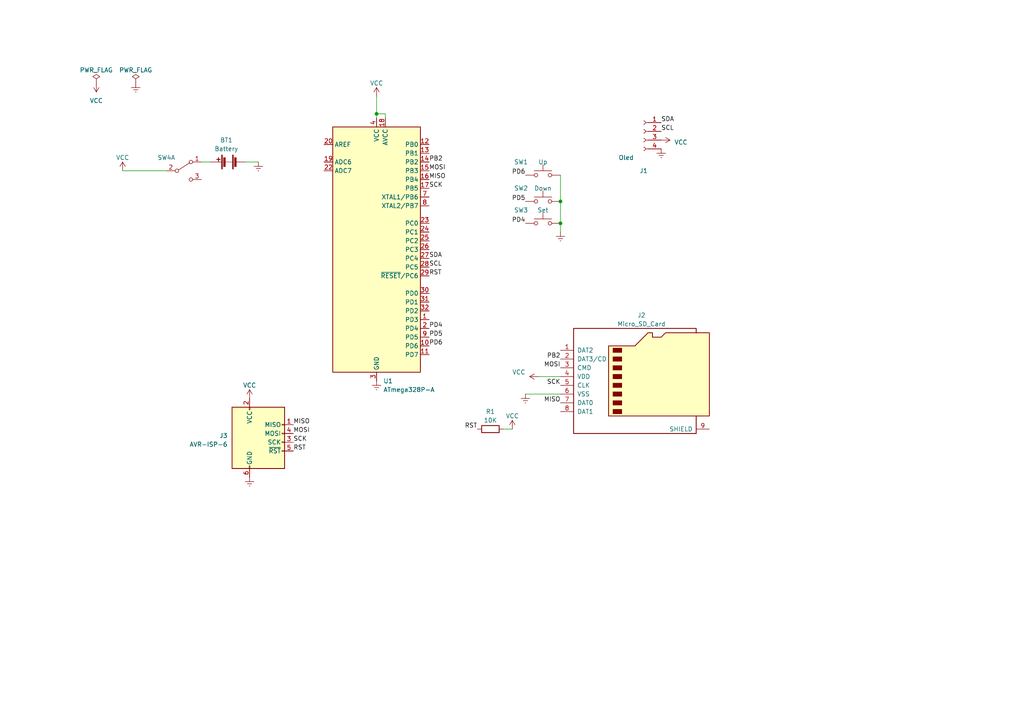
<source format=kicad_sch>
(kicad_sch (version 20230121) (generator eeschema)
  (paper "A4")
  (lib_symbols
    (symbol "Connector:AVR-ISP-6" (pin_names (offset 1.016))
      (property "Reference" "J" (at -6.35 11.43 0))
      (property "Value" "AVR-ISP-6" (at 0 11.43 0))
      (symbol "AVR-ISP-6_0_1"
        (rectangle (start -2.667 -6.858) (end -2.413 -7.62))
        (rectangle (start -2.667 10.16) (end -2.413 9.398))
        (rectangle (start 7.62 -2.413) (end 6.858 -2.667))
        (rectangle (start 7.62 0.127) (end 6.858 -0.127))
        (rectangle (start 7.62 2.667) (end 6.858 2.413))
        (rectangle (start 7.62 5.207) (end 6.858 4.953))
        (rectangle (start 7.62 10.16) (end -7.62 -7.62) (stroke (width 0.254)) (fill (type background)))
      )
      (symbol "AVR-ISP-6_1_1"
        (pin passive line (at 10.16 5.08 180) (length 2.54) (name "MISO") (number "1"))
        (pin passive line (at -2.54 12.7 270) (length 2.54) (name "VCC") (number "2"))
        (pin passive line (at 10.16 0 180) (length 2.54) (name "SCK") (number "3"))
        (pin passive line (at 10.16 2.54 180) (length 2.54) (name "MOSI") (number "4"))
        (pin passive line (at 10.16 -2.54 180) (length 2.54) (name "~{RST}") (number "5"))
        (pin passive line (at -2.54 -10.16 90) (length 2.54) (name "GND") (number "6"))
      )
    )
    (symbol "Connector:Conn_01x04_Socket" (pin_names (offset 1.016) hide)
      (property "Reference" "J" (at 0 5.08 0))
      (property "Value" "Conn_01x04_Socket" (at 0 -7.62 0))
      (symbol "Conn_01x04_Socket_1_1"
        (arc (start 0 -4.572) (mid -0.5058 -5.08) (end 0 -5.588) (stroke (width 0.1524)))
        (arc (start 0 -2.032) (mid -0.5058 -2.54) (end 0 -3.048) (stroke (width 0.1524)))
        (polyline (pts (xy -1.27 -5.08) (xy -0.508 -5.08)) (stroke (width 0.1524)))
        (polyline (pts (xy -1.27 -2.54) (xy -0.508 -2.54)) (stroke (width 0.1524)))
        (polyline (pts (xy -1.27 0) (xy -0.508 0)) (stroke (width 0.1524)))
        (polyline (pts (xy -1.27 2.54) (xy -0.508 2.54)) (stroke (width 0.1524)))
        (arc (start 0 0.508) (mid -0.5058 0) (end 0 -0.508) (stroke (width 0.1524)))
        (arc (start 0 3.048) (mid -0.5058 2.54) (end 0 2.032) (stroke (width 0.1524)))
        (pin passive line (at -5.08 2.54 0) (length 3.81) (name "Pin_1") (number "1"))
        (pin passive line (at -5.08 0 0) (length 3.81) (name "Pin_2") (number "2"))
        (pin passive line (at -5.08 -2.54 0) (length 3.81) (name "Pin_3") (number "3"))
        (pin passive line (at -5.08 -5.08 0) (length 3.81) (name "Pin_4") (number "4"))
      )
    )
    (symbol "Connector:Micro_SD_Card" (pin_names (offset 1.016))
      (property "Reference" "J" (at -16.51 15.24 0))
      (property "Value" "Micro_SD_Card" (at 16.51 15.24 0))
      (symbol "Micro_SD_Card_0_1"
        (rectangle (start -7.62 -9.525) (end -5.08 -10.795) (fill (type outline)))
        (rectangle (start -7.62 -6.985) (end -5.08 -8.255) (fill (type outline)))
        (rectangle (start -7.62 -4.445) (end -5.08 -5.715) (fill (type outline)))
        (rectangle (start -7.62 -1.905) (end -5.08 -3.175) (fill (type outline)))
        (rectangle (start -7.62 0.635) (end -5.08 -0.635) (fill (type outline)))
        (rectangle (start -7.62 3.175) (end -5.08 1.905) (fill (type outline)))
        (rectangle (start -7.62 5.715) (end -5.08 4.445) (fill (type outline)))
        (rectangle (start -7.62 8.255) (end -5.08 6.985) (fill (type outline)))
        (polyline (pts (xy 16.51 12.7) (xy 16.51 13.97) (xy -19.05 13.97) (xy -19.05 -16.51) (xy 16.51 -16.51) (xy 16.51 -11.43)) (stroke (width 0.254)))
        (polyline (pts (xy -8.89 -11.43) (xy -8.89 8.89) (xy -1.27 8.89) (xy 2.54 12.7) (xy 3.81 12.7) (xy 3.81 11.43) (xy 6.35 11.43) (xy 7.62 12.7) (xy 20.32 12.7) (xy 20.32 -11.43) (xy -8.89 -11.43)) (stroke (width 0.254)) (fill (type background)))
      )
      (symbol "Micro_SD_Card_1_1"
        (pin bidirectional line (at -22.86 7.62 0) (length 3.81) (name "DAT2") (number "1"))
        (pin bidirectional line (at -22.86 5.08 0) (length 3.81) (name "DAT3/CD") (number "2"))
        (pin input line (at -22.86 2.54 0) (length 3.81) (name "CMD") (number "3"))
        (pin power_in line (at -22.86 0 0) (length 3.81) (name "VDD") (number "4"))
        (pin input line (at -22.86 -2.54 0) (length 3.81) (name "CLK") (number "5"))
        (pin power_in line (at -22.86 -5.08 0) (length 3.81) (name "VSS") (number "6"))
        (pin bidirectional line (at -22.86 -7.62 0) (length 3.81) (name "DAT0") (number "7"))
        (pin bidirectional line (at -22.86 -10.16 0) (length 3.81) (name "DAT1") (number "8"))
        (pin passive line (at 20.32 -15.24 180) (length 3.81) (name "SHIELD") (number "9"))
      )
    )
    (symbol "Device:Battery" (pin_numbers hide) (pin_names (offset 0) hide)
      (property "Reference" "BT" (at 2.54 2.54 0))
      (property "Value" "Battery" (at 2.54 0 0))
      (symbol "Battery_0_1"
        (rectangle (start -2.032 -1.397) (end 2.032 -1.651) (fill (type outline)))
        (rectangle (start -2.032 1.778) (end 2.032 1.524) (fill (type outline)))
        (rectangle (start -1.3208 -1.9812) (end 1.27 -2.4892) (fill (type outline)))
        (rectangle (start -1.3208 1.1938) (end 1.27 0.6858) (fill (type outline)))
        (polyline (pts (xy 0 -1.524) (xy 0 -1.27)))
        (polyline (pts (xy 0 -1.016) (xy 0 -0.762)))
        (polyline (pts (xy 0 -0.508) (xy 0 -0.254)))
        (polyline (pts (xy 0 0) (xy 0 0.254)))
        (polyline (pts (xy 0 0.508) (xy 0 0.762)))
        (polyline (pts (xy 0 1.778) (xy 0 2.54)))
        (polyline (pts (xy 0.254 2.667) (xy 1.27 2.667)) (stroke (width 0.254)))
        (polyline (pts (xy 0.762 3.175) (xy 0.762 2.159)) (stroke (width 0.254)))
      )
      (symbol "Battery_1_1"
        (pin passive line (at 0 5.08 270) (length 2.54) (name "+") (number "1"))
        (pin passive line (at 0 -5.08 90) (length 2.54) (name "-") (number "2"))
      )
    )
    (symbol "Device:R" (pin_numbers hide) (pin_names (offset 0))
      (property "Reference" "R" (at 2.032 0 90))
      (property "Value" "R" (at 0 0 90))
      (symbol "R_0_1"
        (rectangle (start -1.016 -2.54) (end 1.016 2.54) (stroke (width 0.254)))
      )
      (symbol "R_1_1"
        (pin passive line (at 0 3.81 270) (length 1.27) (name "~") (number "1"))
        (pin passive line (at 0 -3.81 90) (length 1.27) (name "~") (number "2"))
      )
    )
    (symbol "MCU_Microchip_ATmega:ATmega328P-A"
      (property "Reference" "U" (at -12.7 36.83 0))
      (property "Value" "ATmega328P-A" (at 2.54 -36.83 0))
      (symbol "ATmega328P-A_0_1"
        (rectangle (start -12.7 -35.56) (end 12.7 35.56) (stroke (width 0.254)) (fill (type background)))
      )
      (symbol "ATmega328P-A_1_1"
        (pin bidirectional line (at 15.24 -20.32 180) (length 2.54) (name "PD3") (number "1"))
        (pin bidirectional line (at 15.24 -27.94 180) (length 2.54) (name "PD6") (number "10"))
        (pin bidirectional line (at 15.24 -30.48 180) (length 2.54) (name "PD7") (number "11"))
        (pin bidirectional line (at 15.24 30.48 180) (length 2.54) (name "PB0") (number "12"))
        (pin bidirectional line (at 15.24 27.94 180) (length 2.54) (name "PB1") (number "13"))
        (pin bidirectional line (at 15.24 25.4 180) (length 2.54) (name "PB2") (number "14"))
        (pin bidirectional line (at 15.24 22.86 180) (length 2.54) (name "PB3") (number "15"))
        (pin bidirectional line (at 15.24 20.32 180) (length 2.54) (name "PB4") (number "16"))
        (pin bidirectional line (at 15.24 17.78 180) (length 2.54) (name "PB5") (number "17"))
        (pin power_in line (at 2.54 38.1 270) (length 2.54) (name "AVCC") (number "18"))
        (pin input line (at -15.24 25.4 0) (length 2.54) (name "ADC6") (number "19"))
        (pin bidirectional line (at 15.24 -22.86 180) (length 2.54) (name "PD4") (number "2"))
        (pin passive line (at -15.24 30.48 0) (length 2.54) (name "AREF") (number "20"))
        (pin passive line (at 0 -38.1 90) (length 2.54) hide (name "GND") (number "21"))
        (pin input line (at -15.24 22.86 0) (length 2.54) (name "ADC7") (number "22"))
        (pin bidirectional line (at 15.24 7.62 180) (length 2.54) (name "PC0") (number "23"))
        (pin bidirectional line (at 15.24 5.08 180) (length 2.54) (name "PC1") (number "24"))
        (pin bidirectional line (at 15.24 2.54 180) (length 2.54) (name "PC2") (number "25"))
        (pin bidirectional line (at 15.24 0 180) (length 2.54) (name "PC3") (number "26"))
        (pin bidirectional line (at 15.24 -2.54 180) (length 2.54) (name "PC4") (number "27"))
        (pin bidirectional line (at 15.24 -5.08 180) (length 2.54) (name "PC5") (number "28"))
        (pin bidirectional line (at 15.24 -7.62 180) (length 2.54) (name "~{RESET}/PC6") (number "29"))
        (pin power_in line (at 0 -38.1 90) (length 2.54) (name "GND") (number "3"))
        (pin bidirectional line (at 15.24 -12.7 180) (length 2.54) (name "PD0") (number "30"))
        (pin bidirectional line (at 15.24 -15.24 180) (length 2.54) (name "PD1") (number "31"))
        (pin bidirectional line (at 15.24 -17.78 180) (length 2.54) (name "PD2") (number "32"))
        (pin power_in line (at 0 38.1 270) (length 2.54) (name "VCC") (number "4"))
        (pin passive line (at 0 -38.1 90) (length 2.54) hide (name "GND") (number "5"))
        (pin passive line (at 0 38.1 270) (length 2.54) hide (name "VCC") (number "6"))
        (pin bidirectional line (at 15.24 15.24 180) (length 2.54) (name "XTAL1/PB6") (number "7"))
        (pin bidirectional line (at 15.24 12.7 180) (length 2.54) (name "XTAL2/PB7") (number "8"))
        (pin bidirectional line (at 15.24 -25.4 180) (length 2.54) (name "PD5") (number "9"))
      )
    )
    (symbol "Switch:SW_DPDT_x2" (pin_names (offset 0) hide)
      (property "Reference" "SW" (at 0 4.318 0))
      (property "Value" "SW_DPDT_x2" (at 0 -5.08 0))
      (symbol "SW_DPDT_x2_0_0"
        (circle (center -2.032 0) (radius 0.508))
        (circle (center 2.032 -2.54) (radius 0.508))
      )
      (symbol "SW_DPDT_x2_0_1"
        (polyline (pts (xy -1.524 0.254) (xy 1.651 2.286)))
        (circle (center 2.032 2.54) (radius 0.508))
      )
      (symbol "SW_DPDT_x2_1_1"
        (pin passive line (at 5.08 2.54 180) (length 2.54) (name "A") (number "1"))
        (pin passive line (at -5.08 0 0) (length 2.54) (name "B") (number "2"))
        (pin passive line (at 5.08 -2.54 180) (length 2.54) (name "C") (number "3"))
      )
      (symbol "SW_DPDT_x2_2_1"
        (pin passive line (at 5.08 2.54 180) (length 2.54) (name "A") (number "4"))
        (pin passive line (at -5.08 0 0) (length 2.54) (name "B") (number "5"))
        (pin passive line (at 5.08 -2.54 180) (length 2.54) (name "C") (number "6"))
      )
    )
    (symbol "Switch:SW_Push" (pin_numbers hide) (pin_names (offset 1.016) hide)
      (property "Reference" "SW" (at 1.27 2.54 0))
      (property "Value" "SW_Push" (at 0 -1.524 0))
      (symbol "SW_Push_0_1"
        (circle (center -2.032 0) (radius 0.508))
        (polyline (pts (xy 0 1.27) (xy 0 3.048)))
        (polyline (pts (xy 2.54 1.27) (xy -2.54 1.27)))
        (circle (center 2.032 0) (radius 0.508))
        (pin passive line (at -5.08 0 0) (length 2.54) (name "1") (number "1"))
        (pin passive line (at 5.08 0 180) (length 2.54) (name "2") (number "2"))
      )
    )
    (symbol "power:Earth" (power) (pin_names (offset 0))
      (symbol "Earth_0_1"
        (polyline (pts (xy -0.635 -1.905) (xy 0.635 -1.905)))
        (polyline (pts (xy -0.127 -2.54) (xy 0.127 -2.54)))
        (polyline (pts (xy 0 -1.27) (xy 0 0)))
        (polyline (pts (xy 1.27 -1.27) (xy -1.27 -1.27)))
      )
      (symbol "Earth_1_1"
        (pin power_in line (at 0 0 270) (length 0) hide (name "Earth") (number "1"))
      )
    )
    (symbol "power:PWR_FLAG" (power) (pin_numbers hide) (pin_names (offset 0) hide)
      (property "Value" "PWR_FLAG" (at 0 3.81 0))
      (symbol "PWR_FLAG_0_0"
        (pin power_out line (at 0 0 90) (length 0) (name "pwr") (number "1"))
      )
      (symbol "PWR_FLAG_0_1"
        (polyline (pts (xy 0 0) (xy 0 1.27) (xy -1.016 1.905) (xy 0 2.54) (xy 1.016 1.905) (xy 0 1.27)))
      )
    )
    (symbol "power:VCC" (power) (pin_names (offset 0))
      (property "Value" "VCC" (at 0 3.81 0))
      (symbol "VCC_0_1"
        (polyline (pts (xy -0.762 1.27) (xy 0 2.54)))
        (polyline (pts (xy 0 0) (xy 0 2.54)))
        (polyline (pts (xy 0 2.54) (xy 0.762 1.27)))
      )
      (symbol "VCC_1_1"
        (pin power_in line (at 0 0 90) (length 0) hide (name "VCC") (number "1"))
      )
    )
  )
  (junction (at 162.56 64.77))
  (junction (at 162.56 58.42))
  (junction (at 109.22 33.02))
  (wire (pts (xy 146.05 124.46) (xy 148.59 124.46)))
  (wire (pts (xy 162.56 58.42) (xy 162.56 64.77)))
  (wire (pts (xy 111.76 34.29) (xy 111.76 33.02)))
  (wire (pts (xy 111.76 33.02) (xy 109.22 33.02)))
  (wire (pts (xy 58.42 46.99) (xy 60.96 46.99)))
  (wire (pts (xy 162.56 50.8) (xy 162.56 58.42)))
  (wire (pts (xy 162.56 64.77) (xy 162.56 67.31)))
  (wire (pts (xy 109.22 27.94) (xy 109.22 33.02)))
  (wire (pts (xy 152.4 114.3) (xy 162.56 114.3)))
  (wire (pts (xy 71.12 46.99) (xy 74.93 46.99)))
  (wire (pts (xy 35.56 49.53) (xy 48.26 49.53)))
  (wire (pts (xy 156.21 109.22) (xy 162.56 109.22)))
  (wire (pts (xy 109.22 33.02) (xy 109.22 34.29)))
  (label "MOSI" (at 85.09 125.73 0))
  (label "PD5" (at 152.4 58.42 180))
  (label "SCK" (at 162.56 111.76 180))
  (label "SCK" (at 85.09 128.27 0))
  (label "PD4" (at 152.4 64.77 180))
  (label "SCK" (at 124.46 54.61 0))
  (label "MISO" (at 124.46 52.07 0))
  (label "PD6" (at 124.46 100.33 0))
  (label "SDA" (at 124.46 74.93 0))
  (label "MISO" (at 85.09 123.19 0))
  (label "SDA" (at 191.77 35.56 0))
  (label "RST" (at 85.09 130.81 0))
  (label "PD6" (at 152.4 50.8 180))
  (label "MISO" (at 162.56 116.84 180))
  (label "RST" (at 138.43 124.46 180))
  (label "MOSI" (at 124.46 49.53 0))
  (label "SCL" (at 124.46 77.47 0))
  (label "RST" (at 124.46 80.01 0))
  (label "PD4" (at 124.46 95.25 0))
  (label "SCL" (at 191.77 38.1 0))
  (label "PD5" (at 124.46 97.79 0))
  (label "PB2" (at 124.46 46.99 0))
  (label "PB2" (at 162.56 104.14 180))
  (label "MOSI" (at 162.56 106.68 180))
  (symbol (lib_id "power:PWR_FLAG") (at 39.37 24.13 0) (unit 1)
    (property "Reference" "#FLG02" (effects hide))
    (property "Value" "PWR_FLAG" (at 39.37 20.32 0))
  )
  (symbol (lib_id "power:VCC") (at 27.94 24.13 180) (unit 1)
    (property "Reference" "#PWR012" (effects hide))
    (property "Value" "VCC" (at 27.94 29.21 0))
  )
  (symbol (lib_id "power:Earth") (at 109.22 110.49 0) (unit 1)
    (property "Reference" "#PWR014" (effects hide))
    (property "Value" "Earth" (effects hide))
  )
  (symbol (lib_id "power:Earth") (at 152.4 114.3 0) (unit 1)
    (property "Reference" "#PWR011" (effects hide))
    (property "Value" "Earth" (effects hide))
  )
  (symbol (lib_id "power:PWR_FLAG") (at 27.94 24.13 0) (unit 1)
    (property "Reference" "#FLG01" (effects hide))
    (property "Value" "PWR_FLAG" (at 27.94 20.32 0))
  )
  (symbol (lib_id "Switch:SW_Push") (at 157.48 58.42 0) (unit 1)
    (property "Reference" "SW2" (at 151.13 54.61 0))
    (property "Value" "Down" (at 157.48 54.61 0))
    (property "Footprint" "Library:Button" (effects hide))
  )
  (symbol (lib_id "power:VCC") (at 191.77 40.64 270) (unit 1)
    (property "Reference" "#PWR08" (effects hide))
    (property "Value" "VCC" (at 195.58 41.275 90) (effects (justify left)))
  )
  (symbol (lib_id "Switch:SW_Push") (at 157.48 50.8 0) (unit 1)
    (property "Reference" "SW1" (at 151.13 46.99 0))
    (property "Value" "Up" (at 157.48 46.99 0))
    (property "Footprint" "Library:Button" (effects hide))
  )
  (symbol (lib_id "power:VCC") (at 148.59 124.46 0) (unit 1)
    (property "Reference" "#PWR06" (effects hide))
    (property "Value" "VCC" (at 148.59 120.65 0))
  )
  (symbol (lib_id "power:Earth") (at 162.56 67.31 0) (unit 1)
    (property "Reference" "#PWR07" (effects hide))
    (property "Value" "Earth" (effects hide))
  )
  (symbol (lib_id "Connector:AVR-ISP-6") (at 74.93 128.27 0) (unit 1)
    (property "Reference" "J3" (at 66.04 126.365 0) (effects (justify right)))
    (property "Value" "AVR-ISP-6" (at 66.04 128.905 0) (effects (justify right)))
    (property "Footprint" "Connector_IDC:IDC-Header_2x03_P2.54mm_Vertical" (effects hide))
    (property "Datasheet" " ~" (effects hide))
  )
  (symbol (lib_id "Connector:Conn_01x04_Socket") (at 186.69 38.1 0) (mirror y) (unit 1)
    (property "Reference" "J1" (at 186.69 49.53 0))
    (property "Value" "Oled" (at 181.61 45.72 0))
    (property "Footprint" "Connector_PinHeader_2.54mm:PinHeader_1x04_P2.54mm_Vertical" (effects hide))
  )
  (symbol (lib_id "Connector:Micro_SD_Card") (at 185.42 109.22 0) (unit 1)
    (property "Reference" "J2" (at 186.055 91.44 0))
    (property "Value" "Micro_SD_Card" (at 186.055 93.98 0))
    (property "Footprint" "Connector_Card:microSD_HC_Wuerth_693072010801" (effects hide))
    (property "Datasheet" "http://katalog.we-online.de/em/datasheet/693072010801.pdf" (effects hide))
  )
  (symbol (lib_id "power:VCC") (at 156.21 109.22 90) (unit 1)
    (property "Reference" "#PWR010" (effects hide))
    (property "Value" "VCC" (at 152.4 107.95 90) (effects (justify left)))
  )
  (symbol (lib_id "power:Earth") (at 39.37 24.13 0) (unit 1)
    (property "Reference" "#PWR013" (effects hide))
    (property "Value" "Earth" (effects hide))
  )
  (symbol (lib_id "power:Earth") (at 74.93 46.99 0) (unit 1)
    (property "Reference" "#PWR02" (effects hide))
    (property "Value" "Earth" (effects hide))
  )
  (symbol (lib_id "Device:R") (at 142.24 124.46 90) (unit 1)
    (property "Reference" "R1" (at 142.24 119.38 90))
    (property "Value" "10K" (at 142.24 121.92 90))
    (property "Footprint" "Resistor_SMD:R_1812_4532Metric_Pad1.30x3.40mm_HandSolder" (effects hide))
  )
  (symbol (lib_id "MCU_Microchip_ATmega:ATmega328P-A") (at 109.22 72.39 0) (unit 1)
    (property "Reference" "U1" (at 111.1759 110.49 0) (effects (justify left)))
    (property "Value" "ATmega328P-A" (at 111.1759 113.03 0) (effects (justify left)))
    (property "Footprint" "Package_QFP:TQFP-32_7x7mm_P0.8mm" (effects hide))
    (property "Datasheet" "http://ww1.microchip.com/downloads/en/DeviceDoc/ATmega328_P%20AVR%20MCU%20with%20picoPower%20Technology%20Data%20Sheet%2040001984A.pdf" (effects hide))
  )
  (symbol (lib_id "power:VCC") (at 72.39 115.57 0) (unit 1)
    (property "Reference" "#PWR04" (effects hide))
    (property "Value" "VCC" (at 72.39 111.76 0))
  )
  (symbol (lib_id "Device:Battery") (at 66.04 46.99 90) (unit 1)
    (property "Reference" "BT1" (at 65.659 40.64 90))
    (property "Value" "Battery" (at 65.659 43.18 90))
    (property "Footprint" "Battery:BatteryHolder_Keystone_3000_1x12mm" (effects hide))
  )
  (symbol (lib_id "power:Earth") (at 72.39 138.43 0) (unit 1)
    (property "Reference" "#PWR05" (effects hide))
    (property "Value" "Earth" (effects hide))
  )
  (symbol (lib_id "power:VCC") (at 35.56 49.53 0) (unit 1)
    (property "Reference" "#PWR01" (effects hide))
    (property "Value" "VCC" (at 35.56 45.72 0))
  )
  (symbol (lib_id "Switch:SW_Push") (at 157.48 64.77 0) (unit 1)
    (property "Reference" "SW3" (at 151.13 60.96 0))
    (property "Value" "Set" (at 157.48 60.96 0))
    (property "Footprint" "Library:Button" (effects hide))
  )
  (symbol (lib_id "power:VCC") (at 109.22 27.94 0) (unit 1)
    (property "Reference" "#PWR03" (effects hide))
    (property "Value" "VCC" (at 109.22 24.13 0))
  )
  (symbol (lib_id "Switch:SW_DPDT_x2") (at 53.34 49.53 0) (unit 1)
    (property "Reference" "SW4" (at 48.26 45.72 0))
    (property "Value" "SW_DPDT_x2" (effects hide))
    (property "Footprint" "Button_Switch_SMD:SW_SPDT_PCM12" (effects hide))
  )
  (symbol (lib_id "power:Earth") (at 191.77 43.18 0) (unit 1)
    (property "Reference" "#PWR09" (effects hide))
    (property "Value" "Earth" (effects hide))
  )
)
</source>
